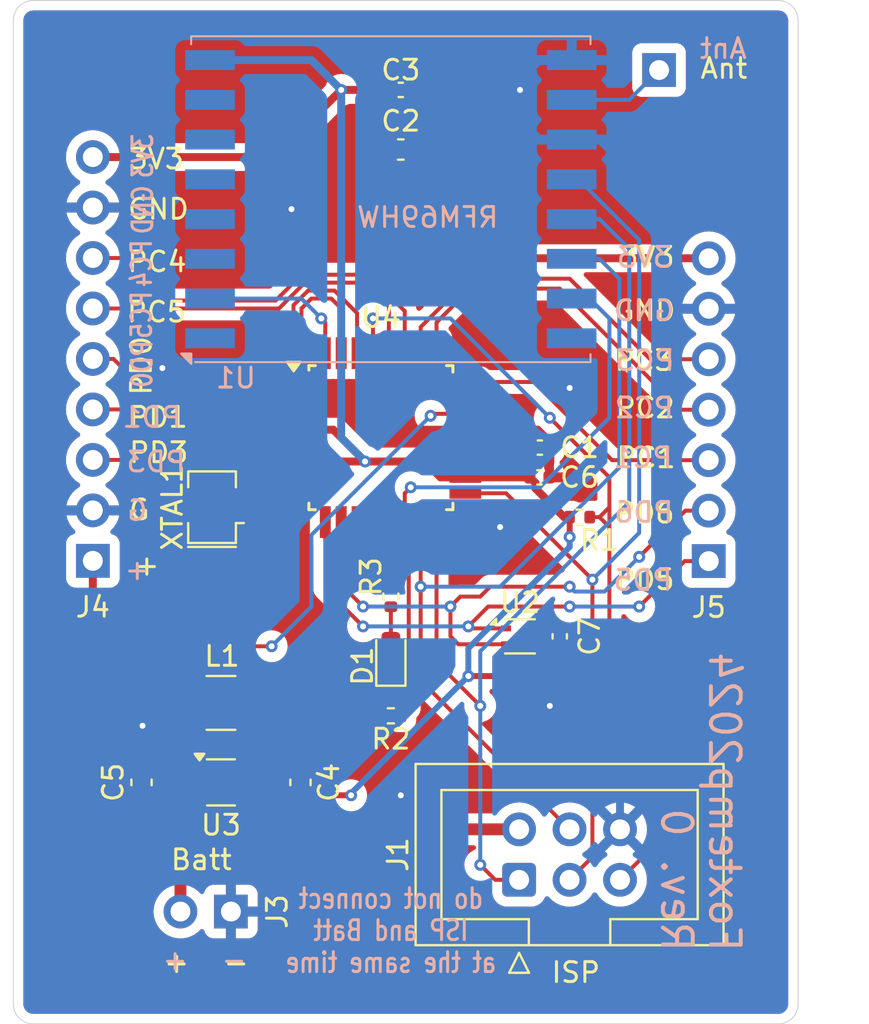
<source format=kicad_pcb>
(kicad_pcb (version 20240108) (generator "pcbnew") (generator_version "8.0")
  (layers (0 "F.Cu" signal) (31 "B.Cu" signal) (34 "B.Paste" user) (35 "F.Paste" user) (36 "B.SilkS" user "B.Silkscreen") (37 "F.SilkS" user "F.Silkscreen") (38 "B.Mask" user) (39 "F.Mask" user) (44 "Edge.Cuts" user))
  (net 0 "")
  (net 1 "Net-(U4-AREF)")
  (net 2 "GND")
  (net 3 "+3V3")
  (net 4 "PWRIN")
  (net 5 "Net-(D1-A)")
  (net 6 "/MISO")
  (net 7 "/SCK")
  (net 8 "/MOSI")
  (net 9 "/NRESET")
  (net 10 "Net-(J2-Pin_1)")
  (net 11 "/PD3")
  (net 12 "/PC3")
  (net 13 "/PC2")
  (net 14 "Net-(U3-SW)")
  (net 15 "/NSS")
  (net 16 "Net-(U4-PB1)")
  (net 24 "/RFMDIO0")
  (net 26 "Net-(U4-XTAL2{slash}PB7)")
  (net 28 "Net-(U4-XTAL1{slash}PB6)")
  (net 30 "/PD1-TXD")
  (net 31 "/PD6-SWSCL")
  (net 32 "/PD5-SWSDA")
  (net 33 "/PC4-HWSDA")
  (net 34 "/PC5-HWSCL")
  (net 35 "/PD0-RXD")
  (net 36 "/PC1")
  (footprint "Connector_PinHeader_2.54mm:PinHeader_1x09_P2.54mm_Vertical" (layer "F.Cu") (at 82.5 61.2 180)
    (property "Reference" "J4" (at 0 -2.33 180) (layer "F.SilkS"))
    (property "Value" "Conn_01x09")
    (pad "1" thru_hole rect (at 0 0 180) (size 1.7 1.7) (drill 1) (layers "*.Cu" "*.Mask") (net 4 "PWRIN"))
    (pad "2" thru_hole oval (at 0 2.54 180) (size 1.7 1.7) (drill 1) (layers "*.Cu" "*.Mask") (net 2 "GND"))
    (pad "3" thru_hole oval (at 0 5.08 180) (size 1.7 1.7) (drill 1) (layers "*.Cu" "*.Mask") (net 11 "/PD3"))
    (pad "4" thru_hole oval (at 0 7.62 180) (size 1.7 1.7) (drill 1) (layers "*.Cu" "*.Mask") (net 30 "/PD1-TXD"))
    (pad "5" thru_hole oval (at 0 10.16 180) (size 1.7 1.7) (drill 1) (layers "*.Cu" "*.Mask") (net 35 "/PD0-RXD"))
    (pad "6" thru_hole oval (at 0 12.7 180) (size 1.7 1.7) (drill 1) (layers "*.Cu" "*.Mask") (net 34 "/PC5-HWSCL"))
    (pad "7" thru_hole oval (at 0 15.24 180) (size 1.7 1.7) (drill 1) (layers "*.Cu" "*.Mask") (net 33 "/PC4-HWSDA"))
    (pad "8" thru_hole oval (at 0 17.78 180) (size 1.7 1.7) (drill 1) (layers "*.Cu" "*.Mask") (net 2 "GND"))
    (pad "9" thru_hole oval (at 0 20.32 180) (size 1.7 1.7) (drill 1) (layers "*.Cu" "*.Mask") (net 3 "+3V3"))
  )
  (footprint "Capacitor_SMD:C_0603_1608Metric" (layer "F.Cu") (at 98 40.5)
    (property "Reference" "C2" (at 0 -1.43 0) (layer "F.SilkS"))
    (property "Value" "10uF")
    (pad "1" smd roundrect (at -0.775 0) (size 0.9 0.95) (layers "F.Cu" "F.Paste" "F.Mask") (net 3 "+3V3"))
    (pad "2" smd roundrect (at 0.775 0) (size 0.9 0.95) (layers "F.Cu" "F.Paste" "F.Mask") (net 2 "GND"))
  )
  (footprint "Capacitor_SMD:C_0402_1005Metric" (layer "F.Cu") (at 98 37.5 180)
    (property "Reference" "C3" (at 0 1 180) (layer "F.SilkS"))
    (property "Value" "100nF")
    (pad "1" smd roundrect (at -0.48 0 180) (size 0.56 0.62) (layers "F.Cu" "F.Paste" "F.Mask") (net 2 "GND"))
    (pad "2" smd roundrect (at 0.48 0 180) (size 0.56 0.62) (layers "F.Cu" "F.Paste" "F.Mask") (net 3 "+3V3"))
  )
  (footprint "Package_TO_SOT_SMD:SOT-363_SC-70-6" (layer "F.Cu") (at 88.95 72.35)
    (property "Reference" "U3" (at 0 2.15 0) (layer "F.SilkS"))
    (property "Value" "LTC3525-3.3")
    (pad "1" smd roundrect (at -0.95 -0.65) (size 0.65 0.4) (layers "F.Cu" "F.Paste" "F.Mask") (net 4 "PWRIN"))
    (pad "2" smd roundrect (at -0.95 0) (size 0.65 0.4) (layers "F.Cu" "F.Paste" "F.Mask") (net 2 "GND"))
    (pad "3" smd roundrect (at -0.95 0.65) (size 0.65 0.4) (layers "F.Cu" "F.Paste" "F.Mask") (net 4 "PWRIN"))
    (pad "4" smd roundrect (at 0.95 0.65) (size 0.65 0.4) (layers "F.Cu" "F.Paste" "F.Mask") (net 3 "+3V3"))
    (pad "5" smd roundrect (at 0.95 0) (size 0.65 0.4) (layers "F.Cu" "F.Paste" "F.Mask") (net 2 "GND"))
    (pad "6" smd roundrect (at 0.95 -0.65) (size 0.65 0.4) (layers "F.Cu" "F.Paste" "F.Mask") (net 14 "Net-(U3-SW)"))
  )
  (footprint "Connector_PinHeader_2.54mm:PinHeader_1x01_P2.54mm_Vertical" (layer "F.Cu") (at 111 36.5)
    (property "Reference" "J2" (hide yes))
    (property "Value" "Connector for Wire Antenna")
    (pad "1" thru_hole rect (at 0 0) (size 1.7 1.7) (drill 1) (layers "*.Cu" "*.Mask") (net 10 "Net-(J2-Pin_1)"))
  )
  (footprint "Resistor_SMD:R_0402_1005Metric" (layer "F.Cu") (at 97.5 69 180)
    (property "Reference" "R2" (at 0 -1.17 180) (layer "F.SilkS"))
    (property "Value" "47k")
    (pad "1" smd roundrect (at -0.51 0 180) (size 0.54 0.64) (layers "F.Cu" "F.Paste" "F.Mask") (net 15 "/NSS"))
    (pad "2" smd roundrect (at 0.51 0 180) (size 0.54 0.64) (layers "F.Cu" "F.Paste" "F.Mask") (net 3 "+3V3"))
  )
  (footprint "Capacitor_SMD:C_0603_1608Metric" (layer "F.Cu") (at 92.95 72.35 -90)
    (property "Reference" "C4" (at 0 -1.43 90) (layer "F.SilkS"))
    (property "Value" "10uF")
    (pad "1" smd roundrect (at -0.775 0 270) (size 0.9 0.95) (layers "F.Cu" "F.Paste" "F.Mask") (net 2 "GND"))
    (pad "2" smd roundrect (at 0.775 0 270) (size 0.9 0.95) (layers "F.Cu" "F.Paste" "F.Mask") (net 3 "+3V3"))
  )
  (footprint "Resistor_SMD:R_0402_1005Metric" (layer "F.Cu") (at 97.5 63 -90)
    (property "Reference" "R3" (at -1 1 90) (layer "F.SilkS"))
    (property "Value" "1.5k")
    (pad "1" smd roundrect (at -0.51 0 270) (size 0.54 0.64) (layers "F.Cu" "F.Paste" "F.Mask") (net 16 "Net-(U4-PB1)"))
    (pad "2" smd roundrect (at 0.51 0 270) (size 0.54 0.64) (layers "F.Cu" "F.Paste" "F.Mask") (net 5 "Net-(D1-A)"))
  )
  (footprint "Capacitor_SMD:C_0402_1005Metric" (layer "F.Cu") (at 106 65 90)
    (property "Reference" "C7" (at 0 1.5 -90) (layer "F.SilkS"))
    (property "Value" "100nF")
    (pad "1" smd roundrect (at -0.48 0 90) (size 0.56 0.62) (layers "F.Cu" "F.Paste" "F.Mask") (net 3 "+3V3"))
    (pad "2" smd roundrect (at 0.48 0 90) (size 0.56 0.62) (layers "F.Cu" "F.Paste" "F.Mask") (net 2 "GND"))
  )
  (footprint "LED_SMD:LED_0603_1608Metric" (layer "F.Cu") (at 97.5 66 90)
    (property "Reference" "D1" (at -0.5 -1.43 -90) (layer "F.SilkS"))
    (property "Value" "LED")
    (pad "1" smd roundrect (at -0.7875 0 90) (size 0.875 0.95) (layers "F.Cu" "F.Paste" "F.Mask") (net 2 "GND"))
    (pad "2" smd roundrect (at 0.7875 0 90) (size 0.875 0.95) (layers "F.Cu" "F.Paste" "F.Mask") (net 5 "Net-(D1-A)"))
  )
  (footprint "Capacitor_SMD:C_0402_1005Metric" (layer "F.Cu") (at 105 55.5 180)
    (property "Reference" "C1" (at -2 0 180) (layer "F.SilkS"))
    (property "Value" "100nF")
    (pad "1" smd roundrect (at -0.48 0 180) (size 0.56 0.62) (layers "F.Cu" "F.Paste" "F.Mask") (net 2 "GND"))
    (pad "2" smd roundrect (at 0.48 0 180) (size 0.56 0.62) (layers "F.Cu" "F.Paste" "F.Mask") (net 1 "Net-(U4-AREF)"))
  )
  (footprint "Package_QFP:TQFP-32_7x7mm_P0.8mm" (layer "F.Cu") (at 97 55)
    (property "Reference" "U4" (at 0 -6.05 0) (layer "F.SilkS"))
    (property "Value" "ATmega328P-A")
    (pad "1" smd rect (at -4.25 -2.8) (size 1.6 0.55) (layers "F.Cu" "F.Paste" "F.Mask") (net 11 "/PD3"))
    (pad "2" smd rect (at -4.25 -2) (size 1.6 0.55) (layers "F.Cu" "F.Paste" "F.Mask"))
    (pad "3" smd rect (at -4.25 -1.2) (size 1.6 0.55) (layers "F.Cu" "F.Paste" "F.Mask") (net 2 "GND"))
    (pad "4" smd rect (at -4.25 -0.4) (size 1.6 0.55) (layers "F.Cu" "F.Paste" "F.Mask") (net 3 "+3V3"))
    (pad "5" smd rect (at -4.25 0.4) (size 1.6 0.55) (layers "F.Cu" "F.Paste" "F.Mask") (net 2 "GND"))
    (pad "6" smd rect (at -4.25 1.2) (size 1.6 0.55) (layers "F.Cu" "F.Paste" "F.Mask") (net 3 "+3V3"))
    (pad "7" smd rect (at -4.25 2) (size 1.6 0.55) (layers "F.Cu" "F.Paste" "F.Mask") (net 28 "Net-(U4-XTAL1{slash}PB6)"))
    (pad "8" smd rect (at -4.25 2.8) (size 1.6 0.55) (layers "F.Cu" "F.Paste" "F.Mask") (net 26 "Net-(U4-XTAL2{slash}PB7)"))
    (pad "9" smd rect (at -2.8 4.25 90) (size 1.6 0.55) (layers "F.Cu" "F.Paste" "F.Mask") (net 32 "/PD5-SWSDA"))
    (pad "10" smd rect (at -2 4.25 90) (size 1.6 0.55) (layers "F.Cu" "F.Paste" "F.Mask") (net 31 "/PD6-SWSCL"))
    (pad "11" smd rect (at -1.2 4.25 90) (size 1.6 0.55) (layers "F.Cu" "F.Paste" "F.Mask"))
    (pad "12" smd rect (at -0.4 4.25 90) (size 1.6 0.55) (layers "F.Cu" "F.Paste" "F.Mask"))
    (pad "13" smd rect (at 0.4 4.25 90) (size 1.6 0.55) (layers "F.Cu" "F.Paste" "F.Mask") (net 16 "Net-(U4-PB1)"))
    (pad "14" smd rect (at 1.2 4.25 90) (size 1.6 0.55) (layers "F.Cu" "F.Paste" "F.Mask") (net 15 "/NSS"))
    (pad "15" smd rect (at 2 4.25 90) (size 1.6 0.55) (layers "F.Cu" "F.Paste" "F.Mask") (net 8 "/MOSI"))
    (pad "16" smd rect (at 2.8 4.25 90) (size 1.6 0.55) (layers "F.Cu" "F.Paste" "F.Mask") (net 6 "/MISO"))
    (pad "17" smd rect (at 4.25 2.8) (size 1.6 0.55) (layers "F.Cu" "F.Paste" "F.Mask") (net 7 "/SCK"))
    (pad "18" smd rect (at 4.25 2) (size 1.6 0.55) (layers "F.Cu" "F.Paste" "F.Mask") (net 3 "+3V3"))
    (pad "19" smd rect (at 4.25 1.2) (size 1.6 0.55) (layers "F.Cu" "F.Paste" "F.Mask"))
    (pad "20" smd rect (at 4.25 0.4) (size 1.6 0.55) (layers "F.Cu" "F.Paste" "F.Mask") (net 1 "Net-(U4-AREF)"))
    (pad "21" smd rect (at 4.25 -0.4) (size 1.6 0.55) (layers "F.Cu" "F.Paste" "F.Mask") (net 2 "GND"))
    (pad "22" smd rect (at 4.25 -1.2) (size 1.6 0.55) (layers "F.Cu" "F.Paste" "F.Mask") (net 4 "PWRIN"))
    (pad "23" smd rect (at 4.25 -2) (size 1.6 0.55) (layers "F.Cu" "F.Paste" "F.Mask"))
    (pad "24" smd rect (at 4.25 -2.8) (size 1.6 0.55) (layers "F.Cu" "F.Paste" "F.Mask") (net 36 "/PC1"))
    (pad "25" smd rect (at 2.8 -4.25 90) (size 1.6 0.55) (layers "F.Cu" "F.Paste" "F.Mask") (net 13 "/PC2"))
    (pad "26" smd rect (at 2 -4.25 90) (size 1.6 0.55) (layers "F.Cu" "F.Paste" "F.Mask") (net 12 "/PC3"))
    (pad "27" smd rect (at 1.2 -4.25 90) (size 1.6 0.55) (layers "F.Cu" "F.Paste" "F.Mask") (net 33 "/PC4-HWSDA"))
    (pad "28" smd rect (at 0.4 -4.25 90) (size 1.6 0.55) (layers "F.Cu" "F.Paste" "F.Mask") (net 34 "/PC5-HWSCL"))
    (pad "29" smd rect (at -0.4 -4.25 90) (size 1.6 0.55) (layers "F.Cu" "F.Paste" "F.Mask") (net 9 "/NRESET"))
    (pad "30" smd rect (at -1.2 -4.25 90) (size 1.6 0.55) (layers "F.Cu" "F.Paste" "F.Mask") (net 35 "/PD0-RXD"))
    (pad "31" smd rect (at -2 -4.25 90) (size 1.6 0.55) (layers "F.Cu" "F.Paste" "F.Mask") (net 30 "/PD1-TXD"))
    (pad "32" smd rect (at -2.8 -4.25 90) (size 1.6 0.55) (layers "F.Cu" "F.Paste" "F.Mask") (net 24 "/RFMDIO0"))
  )
  (footprint "Capacitor_SMD:C_0402_1005Metric" (layer "F.Cu") (at 104.98 57 180)
    (property "Reference" "C6" (at -2.02 0 180) (layer "F.SilkS"))
    (property "Value" "100nF")
    (pad "1" smd roundrect (at -0.48 0 180) (size 0.56 0.62) (layers "F.Cu" "F.Paste" "F.Mask") (net 2 "GND"))
    (pad "2" smd roundrect (at 0.48 0 180) (size 0.56 0.62) (layers "F.Cu" "F.Paste" "F.Mask") (net 3 "+3V3"))
  )
  (footprint "Sensor_Humidity:Sensirion_DFN-4_1.5x1.5mm_P0.8mm_SHT4x_NoCentralPad" (layer "F.Cu") (at 104 65)
    (property "Reference" "U2" (at 0 -1.7 0) (layer "F.SilkS"))
    (property "Value" "SHT4x")
    (pad "1" smd rect (at -0.7 -0.4) (size 0.5 0.3) (layers "F.Cu" "F.Paste" "F.Mask") (net 32 "/PD5-SWSDA"))
    (pad "2" smd rect (at -0.7 0.4) (size 0.5 0.3) (layers "F.Cu" "F.Paste" "F.Mask") (net 31 "/PD6-SWSCL"))
    (pad "3" smd rect (at 0.7 0.4) (size 0.5 0.3) (layers "F.Cu" "F.Paste" "F.Mask") (net 3 "+3V3"))
    (pad "4" smd rect (at 0.7 -0.4) (size 0.5 0.3) (layers "F.Cu" "F.Paste" "F.Mask") (net 2 "GND"))
    (zone (net 0) (net_name "") (layer "F.Cu") (connect_pads (clearance 0)) (min_thickness 0.254)
      (keepout (tracks not_allowed) (vias not_allowed) (pads allowed) (copperpour not_allowed) (footprints allowed))
      (fill (thermal_gap 0.508) (thermal_bridge_width 0.508))
      (polygon (pts (xy 104.75 64.45) (xy 104.45 64.45) (xy 104.45 64.75) (xy 104.75 64.75) (xy 104.75 65.25) (xy 104.45 65.25) (xy 104.45 65.55) (xy 104.75 65.55) (xy 104.75 65.75) (xy 103.25 65.75) (xy 103.25 65.55) (xy 103.55 65.55) (xy 103.55 65.25) (xy 103.25 65.25) (xy 103.25 64.75) (xy 103.55 64.75) (xy 103.55 64.45) (xy 103.25 64.45) (xy 103.25 64.25) (xy 104.75 64.25)))
    )
  )
  (footprint "Resistor_SMD:R_0402_1005Metric" (layer "F.Cu") (at 107 59 180)
    (property "Reference" "R1" (at -1 -1.17 180) (layer "F.SilkS"))
    (property "Value" "10k")
    (pad "1" smd roundrect (at -0.51 0 180) (size 0.54 0.64) (layers "F.Cu" "F.Paste" "F.Mask") (net 9 "/NRESET"))
    (pad "2" smd roundrect (at 0.51 0 180) (size 0.54 0.64) (layers "F.Cu" "F.Paste" "F.Mask") (net 3 "+3V3"))
  )
  (footprint "Capacitor_SMD:C_0603_1608Metric" (layer "F.Cu") (at 84.95 72.35 90)
    (property "Reference" "C5" (at 0 -1.43 -90) (layer "F.SilkS"))
    (property "Value" "1uF")
    (pad "1" smd roundrect (at -0.775 0 90) (size 0.9 0.95) (layers "F.Cu" "F.Paste" "F.Mask") (net 4 "PWRIN"))
    (pad "2" smd roundrect (at 0.775 0 90) (size 0.9 0.95) (layers "F.Cu" "F.Paste" "F.Mask") (net 2 "GND"))
  )
  (footprint "Crystal:Resonator_SMD_Murata_CSTxExxV-3Pin_3.0x1.1mm" (layer "F.Cu") (at 88.5 58.5 90)
    (property "Reference" "XTAL1" (at 0 -2 -90) (layer "F.SilkS"))
    (property "Value" "16 MHz")
    (pad "1" smd rect (at -1.2 0 90) (size 0.4 1.9) (layers "F.Cu" "F.Paste" "F.Mask") (net 26 "Net-(U4-XTAL2{slash}PB7)"))
    (pad "2" smd rect (at 0 0 90) (size 0.4 1.9) (layers "F.Cu" "F.Paste" "F.Mask") (net 2 "GND"))
    (pad "3" smd rect (at 1.2 0 90) (size 0.4 1.9) (layers "F.Cu" "F.Paste" "F.Mask") (net 28 "Net-(U4-XTAL1{slash}PB6)"))
  )
  (footprint "Connector_PinHeader_2.54mm:PinHeader_1x02_P2.54mm_Vertical" (layer "F.Cu") (at 89.45 78.85 -90)
    (property "Reference" "J3" (at 0 -2.33 90) (layer "F.SilkS"))
    (property "Value" "BATT_IN")
    (pad "1" thru_hole rect (at 0 0 270) (size 1.7 1.7) (drill 1) (layers "*.Cu" "*.Mask") (net 2 "GND"))
    (pad "2" thru_hole oval (at 0 2.54 270) (size 1.7 1.7) (drill 1) (layers "*.Cu" "*.Mask") (net 4 "PWRIN"))
  )
  (footprint "Resistor_SMD:R_1210_3225Metric" (layer "F.Cu") (at 88.95 68.35 180)
    (property "Reference" "L1" (at -0.05 2.35 180) (layer "F.SilkS"))
    (property "Value" "10 uH")
    (pad "1" smd roundrect (at -1.4625 0 180) (size 1.125 2.65) (layers "F.Cu" "F.Paste" "F.Mask") (roundrect_rratio 0.222222) (net 14 "Net-(U3-SW)"))
    (pad "2" smd roundrect (at 1.4625 0 180) (size 1.125 2.65) (layers "F.Cu" "F.Paste" "F.Mask") (roundrect_rratio 0.222222) (net 4 "PWRIN"))
  )
  (footprint "Connector_PinHeader_2.54mm:PinHeader_1x07_P2.54mm_Vertical" (layer "F.Cu") (at 113.5 61.214001 180)
    (property "Reference" "J5" (at 0 -2.33 180) (layer "F.SilkS"))
    (property "Value" "Conn_01x07")
    (pad "1" thru_hole rect (at 0 0 180) (size 1.7 1.7) (drill 1) (layers "*.Cu" "*.Mask") (net 32 "/PD5-SWSDA"))
    (pad "2" thru_hole oval (at 0 2.54 180) (size 1.7 1.7) (drill 1) (layers "*.Cu" "*.Mask") (net 31 "/PD6-SWSCL"))
    (pad "3" thru_hole oval (at 0 5.08 180) (size 1.7 1.7) (drill 1) (layers "*.Cu" "*.Mask") (net 36 "/PC1"))
    (pad "4" thru_hole oval (at 0 7.62 180) (size 1.7 1.7) (drill 1) (layers "*.Cu" "*.Mask") (net 13 "/PC2"))
    (pad "5" thru_hole oval (at 0 10.16 180) (size 1.7 1.7) (drill 1) (layers "*.Cu" "*.Mask") (net 12 "/PC3"))
    (pad "6" thru_hole oval (at 0 12.7 180) (size 1.7 1.7) (drill 1) (layers "*.Cu" "*.Mask") (net 2 "GND"))
    (pad "7" thru_hole oval (at 0 15.24 180) (size 1.7 1.7) (drill 1) (layers "*.Cu" "*.Mask") (net 3 "+3V3"))
  )
  (footprint "Connector_IDC:IDC-Header_2x03_P2.54mm_Vertical" (layer "F.Cu") (at 103.955 77.2525 90)
    (property "Reference" "J1" (at 1.27 -6.1 -90) (layer "F.SilkS"))
    (property "Value" "AVR-ISP-6")
    (pad "1" thru_hole roundrect (at 0 0 90) (size 1.7 1.7) (drill 1) (layers "*.Cu" "*.Mask") (roundrect_rratio 0.147059) (net 6 "/MISO"))
    (pad "2" thru_hole circle (at 2.54 0 90) (size 1.7 1.7) (drill 1) (layers "*.Cu" "*.Mask") (net 4 "PWRIN"))
    (pad "3" thru_hole circle (at 0 2.54 90) (size 1.7 1.7) (drill 1) (layers "*.Cu" "*.Mask") (net 7 "/SCK"))
    (pad "4" thru_hole circle (at 2.54 2.54 90) (size 1.7 1.7) (drill 1) (layers "*.Cu" "*.Mask") (net 8 "/MOSI"))
    (pad "5" thru_hole circle (at 0 5.08 90) (size 1.7 1.7) (drill 1) (layers "*.Cu" "*.Mask") (net 9 "/NRESET"))
    (pad "6" thru_hole circle (at 2.54 5.08 90) (size 1.7 1.7) (drill 1) (layers "*.Cu" "*.Mask") (net 2 "GND"))
  )
  (footprint "RF_Module:HOPERF_RFM69HW" (layer "B.Cu") (at 97.5 43)
    (property "Reference" "U1" (at -7.8 9 0) (layer "B.SilkS") (effects (justify mirror)))
    (property "Value" "RFM69HW")
    (pad "1" smd rect (at -9.1 7) (size 2.5 1) (layers "B.Cu" "B.Paste" "B.Mask"))
    (pad "2" smd rect (at -9.1 5) (size 2.5 1) (layers "B.Cu" "B.Paste" "B.Mask") (net 24 "/RFMDIO0"))
    (pad "3" smd rect (at -9.1 3) (size 2.5 1) (layers "B.Cu" "B.Paste" "B.Mask"))
    (pad "4" smd rect (at -9.1 1) (size 2.5 1) (layers "B.Cu" "B.Paste" "B.Mask"))
    (pad "5" smd rect (at -9.1 -1) (size 2.5 1) (layers "B.Cu" "B.Paste" "B.Mask"))
    (pad "6" smd rect (at -9.1 -3) (size 2.5 1) (layers "B.Cu" "B.Paste" "B.Mask"))
    (pad "7" smd rect (at -9.1 -5) (size 2.5 1) (layers "B.Cu" "B.Paste" "B.Mask"))
    (pad "8" smd rect (at -9.1 -7) (size 2.5 1) (layers "B.Cu" "B.Paste" "B.Mask") (net 3 "+3V3"))
    (pad "9" smd rect (at 9.1 -7) (size 2.5 1) (layers "B.Cu" "B.Paste" "B.Mask") (net 2 "GND"))
    (pad "10" smd rect (at 9.1 -5) (size 2.5 1) (layers "B.Cu" "B.Paste" "B.Mask") (net 10 "Net-(J2-Pin_1)"))
    (pad "11" smd rect (at 9.1 -3) (size 2.5 1) (layers "B.Cu" "B.Paste" "B.Mask") (net 2 "GND"))
    (pad "12" smd rect (at 9.1 -1) (size 2.5 1) (layers "B.Cu" "B.Paste" "B.Mask") (net 7 "/SCK"))
    (pad "13" smd rect (at 9.1 1) (size 2.5 1) (layers "B.Cu" "B.Paste" "B.Mask") (net 6 "/MISO"))
    (pad "14" smd rect (at 9.1 3) (size 2.5 1) (layers "B.Cu" "B.Paste" "B.Mask") (net 8 "/MOSI"))
    (pad "15" smd rect (at 9.1 5) (size 2.5 1) (layers "B.Cu" "B.Paste" "B.Mask") (net 15 "/NSS"))
    (pad "16" smd rect (at 9.1 7) (size 2.5 1) (layers "B.Cu" "B.Paste" "B.Mask"))
  )
  (gr_arc (start 79.5 84.5) (mid 78.792893 84.207107) (end 78.5 83.5) (stroke (width 0.05)) (layer "Edge.Cuts"))
  (gr_line (start 78.5 83.5) (end 78.5 34) (stroke (width 0.05)) (layer "Edge.Cuts"))
  (gr_arc (start 117 33) (mid 117.707107 33.292893) (end 118 34) (stroke (width 0.05)) (layer "Edge.Cuts"))
  (gr_line (start 79.5 33) (end 117 33) (stroke (width 0.05)) (layer "Edge.Cuts"))
  (gr_arc (start 78.5 34) (mid 78.792893 33.292893) (end 79.5 33) (stroke (width 0.05)) (layer "Edge.Cuts"))
  (gr_line (start 118 34) (end 118 83.5) (stroke (width 0.05)) (layer "Edge.Cuts"))
  (gr_arc (start 118 83.5) (mid 117.707107 84.207107) (end 117 84.5) (stroke (width 0.05)) (layer "Edge.Cuts"))
  (gr_line (start 117 84.5) (end 79.5 84.5) (stroke (width 0.05)) (layer "Edge.Cuts"))
  (gr_text "PD1" (at 87.055438 54.563212 0) (layer "B.SilkS") (effects (font (size 1 1)) (justify left bottom mirror)))
  (gr_text "PC1" (at 111.762881 56.593623 0) (layer "B.SilkS") (effects (font (size 1 1)) (justify left bottom mirror)))
  (gr_text "PC3" (at 111.863989 51.699984 0) (layer "B.SilkS") (effects (font (size 1 1)) (justify left bottom mirror)))
  (gr_text "PC2" (at 111.823546 54.086138 0) (layer "B.SilkS") (effects (font (size 1 1)) (justify left bottom mirror)))
  (gr_text "GND" (at 85.59948 42.216681 90) (layer "B.SilkS") (effects (font (size 1 0.8) (thickness 0.15) (bold yes)) (justify left bottom mirror)))
  (gr_text "PC4" (at 85.541241 44.953884 90) (layer "B.SilkS") (effects (font (size 1 0.8) (thickness 0.15) (bold yes)) (justify left bottom mirror)))
  (gr_text "do not connect\nISP and Batt\nat the same time" (at 97.5 82 0) (layer "B.SilkS") (effects (font (size 1 0.8) (thickness 0.15) (bold yes)) (justify bottom mirror)))
  (gr_text "Ant" (at 115.5 36 0) (layer "B.SilkS") (effects (font (size 1 1)) (justify left bottom mirror)))
  (gr_text "PC5" (at 85.541241 47.54549 90) (layer "B.SilkS") (effects (font (size 1 0.8) (thickness 0.15) (bold yes)) (justify left bottom mirror)))
  (gr_text "PD3" (at 87.259273 56.805388 0) (layer "B.SilkS") (effects (font (size 1 1)) (justify left bottom mirror)))
  (gr_text "PD6" (at 111.803324 59.343768 0) (layer "B.SilkS") (effects (font (size 1 1)) (justify left bottom mirror)))
  (gr_text "3V3" (at 111.742659 46.50302 0) (layer "B.SilkS") (effects (font (size 1 1)) (justify left bottom mirror)))
  (gr_text "+" (at 87.358032 81.864523 0) (layer "B.SilkS") (effects (font (size 1 1)) (justify left bottom mirror)))
  (gr_text "-" (at 90.32679 81.864523 0) (layer "B.SilkS") (effects (font (size 1 1)) (justify left bottom mirror)))
  (gr_text "PD0" (at 85.57036 50.02062 90) (layer "B.SilkS") (effects (font (size 1 0.8) (thickness 0.15) (bold yes)) (justify left bottom mirror)))
  (gr_text "+" (at 85.453884 62.221555 0) (layer "B.SilkS") (effects (font (size 1 1)) (justify left bottom mirror)))
  (gr_text "GND" (at 111.863989 49.192499 0) (layer "B.SilkS") (effects (font (size 1 1)) (justify left bottom mirror)))
  (gr_text "Foxtemp2024\nRev. 0" (at 111 81 270) (layer "B.SilkS") (effects (font (size 1.5 1.5) (thickness 0.2)) (justify left bottom mirror)))
  (gr_text "RFM69HW" (at 103 44.5 0) (layer "B.SilkS") (effects (font (size 1 1)) (justify left bottom mirror)))
  (gr_text "G" (at 85.337407 59.251399 0) (layer "B.SilkS") (effects (font (size 1 1)) (justify left bottom mirror)))
  (gr_text "3V3" (at 85.59694 39.62453 90) (layer "B.SilkS") (effects (font (size 1 0.8) (thickness 0.15) (bold yes)) (justify left bottom mirror)))
  (gr_text "PD5" (at 111.755998 62.766196 0) (layer "B.SilkS") (effects (font (size 1 1)) (justify left bottom mirror)))
  (gr_text "PC4" (at 84.158175 46.735175 0) (layer "F.SilkS") (effects (font (size 1 1)) (justify left bottom)))
  (gr_text "PD5" (at 108.715956 62.731253 0) (layer "F.SilkS") (effects (font (size 1 1)) (justify left bottom)))
  (gr_text "ISP" (at 105.5 82.5 0) (layer "F.SilkS") (effects (font (size 1 1)) (justify left bottom)))
  (gr_text "+" (at 84.5 62 0) (layer "F.SilkS") (effects (font (size 1 1)) (justify left bottom)))
  (gr_text "PD6" (at 108.715956 59.376724 0) (layer "F.SilkS") (effects (font (size 1 1)) (justify left bottom)))
  (gr_text "PC3" (at 108.680506 51.701761 0) (layer "F.SilkS") (effects (font (size 1 1)) (justify left bottom)))
  (gr_text "PD0" (at 85.52487 52.958858 90) (layer "F.SilkS") (effects (font (size 1 1)) (justify left bottom)))
  (gr_text "PD3" (at 84.243626 56.336682 0) (layer "F.SilkS") (effects (font (size 1 1)) (justify left bottom)))
  (gr_text "GND" (at 108.668968 49.192499 0) (layer "F.SilkS") (effects (font (size 1 1)) (justify left bottom)))
  (gr_text "Ant" (at 113 37 0) (layer "F.SilkS") (effects (font (size 1 1)) (justify left bottom)))
  (gr_text "-" (at 89 82 0) (layer "F.SilkS") (effects (font (size 1 1)) (justify left bottom)))
  (gr_text "G" (at 84.243626 59.219481 0) (layer "F.SilkS") (effects (font (size 1 1)) (justify left bottom)))
  (gr_text "PD1" (at 84.214507 54.560412 0) (layer "F.SilkS") (effects (font (size 1 1)) (justify left bottom)))
  (gr_text "Batt" (at 86.338436 76.826067 0) (layer "F.SilkS") (effects (font (size 1 1)) (justify left bottom)))
  (gr_text "PC5" (at 84.134277 49.263958 0) (layer "F.SilkS") (effects (font (size 1 1)) (justify left bottom)))
  (gr_text "+" (at 86 82 0) (layer "F.SilkS") (effects (font (size 1 1)) (justify left bottom)))
  (gr_text "3V3" (at 84.21884 41.558432 0) (layer "F.SilkS") (effects (font (size 1 1)) (justify left bottom)))
  (gr_text "GND" (at 84.178396 44.086138 0) (layer "F.SilkS") (effects (font (size 1 1)) (justify left bottom)))
  (gr_text "PC2" (at 108.729633 54.086138 0) (layer "F.SilkS") (effects (font (size 1 1)) (justify left bottom)))
  (gr_text "3V3" (at 108.911628 46.50302 0) (layer "F.SilkS") (effects (font (size 1 1)) (justify left bottom)))
  (gr_text "PC1" (at 108.770077 56.593623 0) (layer "F.SilkS") (effects (font (size 1 1)) (justify left bottom)))
  (segment (start 104.42 55.4) (end 104.52 55.5) (width 0.2) (layer "F.Cu") (net 1))
  (segment (start 101.25 55.4) (end 104.42 55.4) (width 0.2) (layer "F.Cu") (net 1))
  (segment (start 101.25 54.6) (end 104.889999 54.6) (width 0.4) (layer "F.Cu") (net 2))
  (segment (start 91 54.2) (end 91 54.85) (width 0.4) (layer "F.Cu") (net 2))
  (segment (start 92.75 53.8) (end 95.3 53.8) (width 0.4) (layer "F.Cu") (net 2))
  (segment (start 89.9 72.35) (end 90.95 72.35) (width 0.4) (layer "F.Cu") (net 2))
  (segment (start 91.725 71.575) (end 92.95 71.575) (width 0.4) (layer "F.Cu") (net 2))
  (segment (start 106 64.52) (end 106.52 64.52) (width 0.4) (layer "F.Cu") (net 2))
  (segment (start 91.55 55.4) (end 92.75 55.4) (width 0.4) (layer "F.Cu") (net 2))
  (segment (start 104.7 64.6) (end 105.92 64.6) (width 0.3) (layer "F.Cu") (net 2))
  (segment (start 86 58) (end 86 57.5) (width 0.4) (layer "F.Cu") (net 2))
  (segment (start 85.16 58.66) (end 86 59.5) (width 0.4) (layer "F.Cu") (net 2))
  (segment (start 82.5 58.66) (end 85.16 58.66) (width 0.4) (layer "F.Cu") (net 2))
  (segment (start 96.1 54.6) (end 101.25 54.6) (width 0.4) (layer "F.Cu") (net 2))
  (segment (start 91 63) (end 87.5 63) (width 0.4) (layer "F.Cu") (net 2))
  (segment (start 105.46 55.52) (end 105.48 55.5) (width 0.4) (layer "F.Cu") (net 2))
  (segment (start 104.889999 54.6) (end 105.48 55.190001) (width 0.4) (layer "F.Cu") (net 2))
  (segment (start 85.16 58.66) (end 85.82 58) (width 0.4) (layer "F.Cu") (net 2))
  (segment (start 86 57.5) (end 86 56.5) (width 0.2) (layer "F.Cu") (net 2))
  (segment (start 91.4 53.8) (end 91 54.2) (width 0.4) (layer "F.Cu") (net 2))
  (segment (start 87 58.5) (end 86 57.5) (width 0.2) (layer "F.Cu") (net 2))
  (segment (start 105.48 55.190001) (end 105.48 55.5) (width 0.4) (layer "F.Cu") (net 2))
  (segment (start 88.5 58.5) (end 87 58.5) (width 0.2) (layer "F.Cu") (net 2))
  (segment (start 105.92 64.6) (end 106 64.52) (width 0.3) (layer "F.Cu") (net 2))
  (segment (start 107 67) (end 105.5 68.5) (width 0.4) (layer "F.Cu") (net 2))
  (segment (start 105.46 57) (end 105.46 55.52) (width 0.4) (layer "F.Cu") (net 2))
  (segment (start 92.95 71.575) (end 92.95 64.95) (width 0.4) (layer "F.Cu") (net 2))
  (segment (start 90.95 72.35) (end 91.725 71.575) (width 0.4) (layer "F.Cu") (net 2))
  (segment (start 107 65) (end 107 67) (width 0.4) (layer "F.Cu") (net 2))
  (segment (start 92.75 53.8) (end 91.4 53.8) (width 0.4) (layer "F.Cu") (net 2))
  (segment (start 92.95 64.95) (end 91 63) (width 0.4) (layer "F.Cu") (net 2))
  (segment (start 85.82 58) (end 86 58) (width 0.4) (layer "F.Cu") (net 2))
  (segment (start 86 59.5) (end 86 58) (width 0.4) (layer "F.Cu") (net 2))
  (segment (start 88 72.35) (end 89.9 72.35) (width 0.4) (layer "F.Cu") (net 2))
  (segment (start 91 54.85) (end 91.55 55.4) (width 0.4) (layer "F.Cu") (net 2))
  (segment (start 87.5 63) (end 86 61.5) (width 0.4) (layer "F.Cu") (net 2))
  (segment (start 95.3 53.8) (end 96.1 54.6) (width 0.4) (layer "F.Cu") (net 2))
  (segment (start 98.48 37.5) (end 98.48 40.205) (width 0.4) (layer "F.Cu") (net 2))
  (segment (start 106.52 64.52) (end 107 65) (width 0.4) (layer "F.Cu") (net 2))
  (segment (start 98.48 37.5) (end 104 37.5) (width 0.4) (layer "F.Cu") (net 2))
  (segment (start 86 61.5) (end 86 59.5) (width 0.4) (layer "F.Cu") (net 2))
  (segment (start 97.5 66.7875) (end 97.5 67.025) (width 0.4) (layer "F.Cu") (net 2))
  (segment (start 89.2 56) (end 91 54.2) (width 0.2) (layer "F.Cu") (net 2))
  (segment (start 98.48 40.205) (end 98.775 40.5) (width 0.4) (layer "F.Cu") (net 2))
  (segment (start 97.5 67.025) (end 92.95 71.575) (width 0.4) (layer "F.Cu") (net 2))
  (segment (start 86.5 56) (end 89.2 56) (width 0.2) (layer "F.Cu") (net 2))
  (segment (start 85 69.5) (end 85 71.525) (width 0.4) (layer "F.Cu") (net 2))
  (segment (start 85 71.525) (end 84.95 71.575) (width 0.4) (layer "F.Cu") (net 2))
  (segment (start 86 56.5) (end 86.5 56) (width 0.2) (layer "F.Cu") (net 2))
  (via (at 103 59.5) (size 0.6) (drill 0.3) (layers "F.Cu" "B.Cu") (net 2))
  (via (at 105.5 68.5) (size 0.6) (drill 0.3) (layers "F.Cu" "B.Cu") (net 2))
  (via (at 86 51.5) (size 0.6) (drill 0.3) (layers "F.Cu" "B.Cu") (net 2))
  (via (at 106.5 52.5) (size 0.6) (drill 0.3) (layers "F.Cu" "B.Cu") (net 2))
  (via (at 85 69.5) (size 0.6) (drill 0.3) (layers "F.Cu" "B.Cu") (net 2))
  (via (at 104 37.5) (size 0.6) (drill 0.3) (layers "F.Cu" "B.Cu") (net 2))
  (via (at 98 73) (size 0.6) (drill 0.3) (layers "F.Cu" "B.Cu") (net 2))
  (via (at 92.5 43.5) (size 0.6) (drill 0.3) (layers "F.Cu" "B.Cu") (net 2))
  (segment (start 89.45 78.85) (end 89.45 73.95) (width 0.4) (layer "B.Cu") (net 2))
  (segment (start 106.6 40) (end 108 40) (width 0.4) (layer "B.Cu") (net 2))
  (segment (start 96.35 78.85) (end 97.5 80) (width 0.4) (layer "B.Cu") (net 2))
  (segment (start 85 69.5) (end 85 59.82) (width 0.4) (layer "B.Cu") (net 2))
  (segment (start 110.5 80) (end 111.5 79) (width 0.4) (layer "B.Cu") (net 2))
  (segment (start 97.5 80) (end 110.5 80) (width 0.4) (layer "B.Cu") (net 2))
  (segment (start 85 59.82) (end 83.84 58.66) (width 0.4) (layer "B.Cu") (net 2))
  (segment (start 83.92 43.42) (end 85 44.5) (width 0.4) (layer "B.Cu") (net 2))
  (segment (start 104 37) (end 105 36) (width 0.4) (layer "B.Cu") (net 2))
  (segment (start 85 57.5) (end 83.84 58.66) (width 0.4) (layer "B.Cu") (net 2))
  (segment (start 83.84 58.66) (end 82.5 58.66) (width 0.4) (layer "B.Cu") (net 2))
  (segment (start 109.035 72.035) (end 109.035 74.7125) (width 0.4) (layer "B.Cu") (net 2))
  (segment (start 108 40) (end 111 43) (width 0.4) (layer "B.Cu") (net 2))
  (segment (start 111.5 79) (end 111.5 77.1775) (width 0.4) (layer "B.Cu") (net 2))
  (segment (start 109.035 74.7125) (end 111 72.7475) (width 0.4) (layer "B.Cu") (net 2))
  (segment (start 105 40) (end 104 39) (width 0.4) (layer "B.Cu") (net 2))
  (segment (start 111.014001 48.514001) (end 111 48.5) (width 0.4) (layer "B.Cu") (net 2))
  (segment (start 89.45 73.95) (end 85 69.5) (width 0.4) (layer "B.Cu") (net 2))
  (segment (start 111 43) (end 111 48.5) (width 0.4) (layer "B.Cu") (net 2))
  (segment (start 106.6 40) (end 105 40) (width 0.4) (layer "B.Cu") (net 2))
  (segment (start 104 39) (end 104 37.5) (width 0.4) (layer "B.Cu") (net 2))
  (segment (start 85 44.5) (end 85 57.5) (width 0.4) (layer "B.Cu") (net 2))
  (segment (start 111.985999 48.514001) (end 113.5 48.514001) (width 0.4) (layer "B.Cu") (net 2))
  (segment (start 111 48.5) (end 111 49.5) (width 0.4) (layer "B.Cu") (net 2))
  (segment (start 105.5 68.5) (end 109.035 72.035) (width 0.4) (layer "B.Cu") (net 2))
  (segment (start 111.5 77.1775) (end 109.035 74.7125) (width 0.4) (layer "B.Cu") (net 2))
  (segment (start 104 37.5) (end 104 37) (width 0.4) (layer "B.Cu") (net 2))
  (segment (start 89.45 78.85) (end 96.35 78.85) (width 0.4) (layer "B.Cu") (net 2))
  (segment (start 82.5 43.42) (end 83.92 43.42) (width 0.4) (layer "B.Cu") (net 2))
  (segment (start 111 72.7475) (end 111 49.5) (width 0.4) (layer "B.Cu") (net 2))
  (segment (start 105 36) (end 106.6 36) (width 0.4) (layer "B.Cu") (net 2))
  (segment (start 111.985999 48.514001) (end 111.014001 48.514001) (width 0.4) (layer "B.Cu") (net 2))
  (segment (start 96.2 56.2) (end 94.6 54.6) (width 0.4) (layer "F.Cu") (net 3))
  (segment (start 101.474001 45.974001) (end 97.225 41.725) (width 0.4) (layer "F.Cu") (net 3))
  (segment (start 104.812132 65.4) (end 104.9 65.487868) (width 0.3) (layer "F.Cu") (net 3))
  (segment (start 97.52 37.5) (end 97.225 37.795) (width 0.4) (layer "F.Cu") (net 3))
  (segment (start 105.92 65.4) (end 106 65.48) (width 0.3) (layer "F.Cu") (net 3))
  (segment (start 104.15 67) (end 101.4 67) (width 0.3) (layer "F.Cu") (net 3))
  (segment (start 106.220001 59) (end 106.49 59) (width 0.4) (layer "F.Cu") (net 3))
  (segment (start 104.78 57.559999) (end 106.220001 59) (width 0.4) (layer "F.Cu") (net 3))
  (segment (start 97.225 41.725) (end 97.225 40.5) (width 0.4) (layer "F.Cu") (net 3))
  (segment (start 95 37.5) (end 91.62 40.88) (width 0.4) (layer "F.Cu") (net 3))
  (segment (start 96.2 56.2) (end 99.2 56.2) (width 0.4) (layer "F.Cu") (net 3))
  (segment (start 99.2 56.2) (end 100 57) (width 0.4) (layer "F.Cu") (net 3))
  (segment (start 91.62 40.88) (end 82.5 40.88) (width 0.4) (layer "F.Cu") (net 3))
  (segment (start 92.75 56.2) (end 96.2 56.2) (width 0.4) (layer "F.Cu") (net 3))
  (segment (start 104.7 65.4) (end 104.812132 65.4) (width 0.3) (layer "F.Cu") (net 3))
  (segment (start 95.5 73) (end 92.99 73) (width 0.3) (layer "F.Cu") (net 3))
  (segment (start 104.5 57) (end 104.78 57.28) (width 0.4) (layer "F.Cu") (net 3))
  (segment (start 104.9 65.487868) (end 104.9 66.25) (width 0.3) (layer "F.Cu") (net 3))
  (segment (start 92.95 73.04) (end 96.99 69) (width 0.2) (layer "F.Cu") (net 3))
  (segment (start 89.9 73) (end 92.825 73) (width 0.4) (layer "F.Cu") (net 3))
  (segment (start 92.825 73) (end 92.95 73.125) (width 0.4) (layer "F.Cu") (net 3))
  (segment (start 96.93 37.5) (end 95 37.5) (width 0.4) (layer "F.Cu") (net 3))
  (segment (start 104.7 65.4) (end 105.92 65.4) (width 0.3) (layer "F.Cu") (net 3))
  (segment (start 106.5 60) (end 106.5 59.01) (width 0.3) (layer "F.Cu") (net 3))
  (segment (start 97.225 37.795) (end 96.93 37.5) (width 0.4) (layer "F.Cu") (net 3))
  (segment (start 100 57) (end 101.25 57) (width 0.4) (layer "F.Cu") (net 3))
  (segment (start 92.99 73) (end 92.95 73.04) (width 0.3) (layer "F.Cu") (net 3))
  (segment (start 92.95 73.125) (end 92.95 73.04) (width 0.4) (layer "F.Cu") (net 3))
  (segment (start 104.78 57.28) (end 104.78 57.559999) (width 0.4) (layer "F.Cu") (net 3))
  (segment (start 104.9 66.25) (end 104.15 67) (width 0.3) (layer "F.Cu") (net 3))
  (segment (start 113.5 45.974001) (end 101.474001 45.974001) (width 0.4) (layer "F.Cu") (net 3))
  (segment (start 94.6 54.6) (end 92.75 54.6) (width 0.4) (layer "F.Cu") (net 3))
  (segment (start 97.225 40.5) (end 97.225 37.795) (width 0.4) (layer "F.Cu") (net 3))
  (segment (start 101.25 57) (end 104.5 57) (width 0.4) (layer "F.Cu") (net 3))
  (segment (start 106.5 59.01) (end 106.49 59) (width 0.3) (layer "F.Cu") (net 3))
  (via (at 106.5 60) (size 0.6) (drill 0.3) (layers "F.Cu" "B.Cu") (net 3))
  (via (at 101.4 67) (size 0.6) (drill 0.3) (layers "F.Cu" "B.Cu") (net 3))
  (via (at 95.5 73) (size 0.6) (drill 0.3) (layers "F.Cu" "B.Cu") (net 3))
  (via (at 96.2 56.2) (size 0.6) (drill 0.3) (layers "F.Cu" "B.Cu") (net 3))
  (via (at 95 37.5) (size 0.6) (drill 0.3) (layers "F.Cu" "B.Cu") (net 3))
  (segment (start 95.5 72.9) (end 95.5 73) (width 0.3) (layer "B.Cu") (net 3))
  (segment (start 95 37.5) (end 93.5 36) (width 0.4) (layer "B.Cu") (net 3))
  (segment (start 93.5 36) (end 88.4 36) (width 0.4) (layer "B.Cu") (net 3))
  (segment (start 106.5 60.5) (end 106.5 60) (width 0.3) (layer "B.Cu") (net 3))
  (segment (start 101.4 67) (end 95.5 72.9) (width 0.3) (layer "B.Cu") (net 3))
  (segment (start 95 55) (end 96.2 56.2) (width 0.4) (layer "B.Cu") (net 3))
  (segment (start 101.4 67) (end 101.4 65.6) (width 0.3) (layer "B.Cu") (net 3))
  (segment (start 95 37.5) (end 95 55) (width 0.4) (layer "B.Cu") (net 3))
  (segment (start 101.4 65.6) (end 106.5 60.5) (width 0.3) (layer "B.Cu") (net 3))
  (segment (start 87.4875 71.1875) (end 88 71.7) (width 0.4) (layer "F.Cu") (net 4))
  (segment (start 87.25 71.7) (end 87.025 71.925) (width 0.6) (layer "F.Cu") (net 4))
  (segment (start 86.91 73.04) (end 86.95 73) (width 0.4) (layer "F.Cu") (net 4))
  (segment (start 87.4875 71.4625) (end 87.025 71.925) (width 0.6) (layer "F.Cu") (net 4))
  (segment (start 84.95 73.125) (end 86.91 75.085) (width 0.6) (layer "F.Cu") (net 4))
  (segment (start 86.95 73) (end 86.95 72) (width 0.6) (layer "F.Cu") (net 4))
  (segment (start 87.4875 68.35) (end 87.4875 71.1875) (width 0.6) (layer "F.Cu") (net 4))
  (segment (start 85.95 73) (end 85.075 73) (width 0.6) (layer "F.Cu") (net 4))
  (segment (start 86.91 75.35) (end 86.91 73.04) (width 0.6) (layer "F.Cu") (net 4))
  (segment (start 103.955 74.7125) (end 87.2825 74.7125) (width 0.6) (layer "F.Cu") (net 4))
  (segment (start 86.95 73) (end 85.95 73) (width 0.6) (layer "F.Cu") (net 4))
  (segment (start 86.95 72) (end 87.025 71.925) (width 0.4) (layer "F.Cu") (net 4))
  (segment (start 101.25 53.8) (end 99.6 53.8) (width 0.2) (layer "F.Cu") (net 4))
  (segment (start 88 73) (end 86.95 73) (width 0.4) (layer "F.Cu") (net 4))
  (segment (start 86.91 78.85) (end 86.91 75.35) (width 0.6) (layer "F.Cu") (net 4))
  (segment (start 82.5 61.2) (end 82.5 63.3625) (width 0.4) (layer "F.Cu") (net 4))
  (segment (start 85.075 73) (end 84.95 73.125) (width 0.4) (layer "F.Cu") (net 4))
  (segment (start 87.4875 66.0125) (end 87.4875 68.35) (width 0.2) (layer "F.Cu") (net 4))
  (segment (start 87.4875 71.1875) (end 87.4875 71.4625) (width 0.4) (layer "F.Cu") (net 4))
  (segment (start 91.5 65.5) (end 88 65.5) (width 0.2) (layer "F.Cu") (net 4))
  (segment (start 82.5 63.3625) (end 87.4875 68.35) (width 0.4) (layer "F.Cu") (net 4))
  (segment (start 87.025 71.925) (end 85.95 73) (width 0.6) (layer "F.Cu") (net 4))
  (segment (start 88 71.7) (end 87.25 71.7) (width 0.4) (layer "F.Cu") (net 4))
  (segment (start 88 65.5) (end 87.4875 66.0125) (width 0.2) (layer "F.Cu") (net 4))
  (segment (start 99.6 53.8) (end 99.5 53.9) (width 0.2) (layer "F.Cu") (net 4))
  (segment (start 87.2825 74.7125) (end 86.91 75.085) (width 0.4) (layer "F.Cu") (net 4))
  (segment (start 86.91 75.085) (end 86.91 75.35) (width 0.4) (layer "F.Cu") (net 4))
  (via (at 91.5 65.5) (size 0.6) (drill 0.3) (layers "F.Cu" "B.Cu") (net 4))
  (via (at 99.5 53.9) (size 0.6) (drill 0.3) (layers "F.Cu" "B.Cu") (net 4))
  (segment (start 91.5 65.5) (end 93.5 63.5) (width 0.2) (layer "B.Cu") (net 4))
  (segment (start 93.5 63.5) (end 93.5 59.9) (width 0.2) (layer "B.Cu") (net 4))
  (segment (start 93.5 59.9) (end 99.5 53.9) (width 0.2) (layer "B.Cu") (net 4))
  (segment (start 97.5 63.51) (end 97.5 65.2125) (width 0.2) (layer "F.Cu") (net 5))
  (segment (start 102 68.5) (end 99.8 66.3) (width 0.2) (layer "F.Cu") (net 6))
  (segment (start 99.8 66.3) (end 99.8 59.25) (width 0.2) (layer "F.Cu") (net 6))
  (segment (start 103.955 77.2525) (end 102.7525 77.2525) (width 0.2) (layer "F.Cu") (net 6))
  (segment (start 102.7525 77.2525) (end 102 76.5) (width 0.2) (layer "F.Cu") (net 6))
  (via (at 102 68.5) (size 0.6) (drill 0.3) (layers "F.Cu" "B.Cu") (net 6))
  (via (at 102 76.5) (size 0.6) (drill 0.3) (layers "F.Cu" "B.Cu") (net 6))
  (segment (start 108 44) (end 109.5 45.5) (width 0.2) (layer "B.Cu") (net 6))
  (segment (start 109.5 45.5) (end 109.5 58.25) (width 0.2) (layer "B.Cu") (net 6))
  (segment (start 109.5 58.25) (end 102 65.75) (width 0.2) (layer "B.Cu") (net 6))
  (segment (start 106.6 44) (end 108 44) (width 0.2) (layer "B.Cu") (net 6))
  (segment (start 102 76.5) (end 102 68.5) (width 0.2) (layer "B.Cu") (net 6))
  (segment (start 102 65.75) (end 102 68.5) (width 0.2) (layer "B.Cu") (net 6))
  (segment (start 107.645 62.145) (end 103.3 57.8) (width 0.2) (layer "F.Cu") (net 7))
  (segment (start 103.3 57.8) (end 101.25 57.8) (width 0.2) (layer "F.Cu") (net 7))
  (segment (start 106.495 77.2525) (end 107.645 76.1025) (width 0.2) (layer "F.Cu") (net 7))
  (segment (start 107.645 76.1025) (end 107.645 62.145) (width 0.2) (layer "F.Cu") (net 7))
  (via (at 107.645 62.145) (size 0.6) (drill 0.3) (layers "F.Cu" "B.Cu") (net 7))
  (segment (start 110 45.05) (end 110 59.79) (width 0.2) (layer "B.Cu") (net 7))
  (segment (start 110 59.79) (end 107.645 62.145) (width 0.2) (layer "B.Cu") (net 7))
  (segment (start 106.95 42) (end 110 45.05) (width 0.2) (layer "B.Cu") (net 7))
  (segment (start 106.6 42) (end 106.95 42) (width 0.2) (layer "B.Cu") (net 7))
  (segment (start 99 62.5) (end 99 61.5) (width 0.2) (layer "F.Cu") (net 8))
  (segment (start 99 61.5) (end 99 59.25) (width 0.2) (layer "F.Cu") (net 8))
  (segment (start 99 67.2175) (end 99 62.5) (width 0.2) (layer "F.Cu") (net 8))
  (segment (start 106.495 74.7125) (end 99 67.2175) (width 0.2) (layer "F.Cu") (net 8))
  (via (at 99 62.5) (size 0.6) (drill 0.3) (layers "F.Cu" "B.Cu") (net 8))
  (segment (start 108 46) (end 109 47) (width 0.2) (layer "B.Cu") (net 8))
  (segment (start 109 56.5) (end 103 62.5) (width 0.2) (layer "B.Cu") (net 8))
  (segment (start 106.6 46) (end 108 46) (width 0.2) (layer "B.Cu") (net 8))
  (segment (start 109 47) (end 109 56.5) (width 0.2) (layer "B.Cu") (net 8))
  (segment (start 103 62.5) (end 99 62.5) (width 0.2) (layer "B.Cu") (net 8))
  (segment (start 109.035 77.2525) (end 110.5 75.7875) (width 0.2) (layer "F.Cu") (net 9))
  (segment (start 108.5 57) (end 105.5 54) (width 0.2) (layer "F.Cu") (net 9))
  (segment (start 108 59) (end 108.5 58.5) (width 0.2) (layer "F.Cu") (net 9))
  (segment (start 110.5 73.5) (end 108.5 71.5) (width 0.2) (layer "F.Cu") (net 9))
  (segment (start 108.5 64.5) (end 108.5 59.5) (width 0.2) (layer "F.Cu") (net 9))
  (segment (start 110.5 75.7875) (end 110.5 73.5) (width 0.2) (layer "F.Cu") (net 9))
  (segment (start 108.5 71.5) (end 108.5 64.5) (width 0.2) (layer "F.Cu") (net 9))
  (segment (start 108 59) (end 108.5 59.5) (width 0.2) (layer "F.Cu") (net 9))
  (segment (start 96.6 50.75) (end 96.6 49) (width 0.2) (layer "F.Cu") (net 9))
  (segment (start 107.51 59) (end 108 59) (width 0.2) (layer "F.Cu") (net 9))
  (segment (start 108.5 59.5) (end 108.5 58.5) (width 0.2) (layer "F.Cu") (net 9))
  (segment (start 108.5 58.5) (end 108.5 57) (width 0.2) (layer "F.Cu") (net 9))
  (via (at 96.6 49) (size 0.6) (drill 0.3) (layers "F.Cu" "B.Cu") (net 9))
  (via (at 105.5 54) (size 0.6) (drill 0.3) (layers "F.Cu" "B.Cu") (net 9))
  (segment (start 100.5 49) (end 96.6 49) (width 0.2) (layer "B.Cu") (net 9))
  (segment (start 105.5 54) (end 100.5 49) (width 0.2) (layer "B.Cu") (net 9))
  (segment (start 106.6 38) (end 109.5 38) (width 0.2) (layer "B.Cu") (net 10))
  (segment (start 109.5 38) (end 111 36.5) (width 0.2) (layer "B.Cu") (net 10))
  (segment (start 85.38 56.12) (end 82.5 56.12) (width 0.2) (layer "F.Cu") (net 11))
  (segment (start 88.45 55.5) (end 86 55.5) (width 0.2) (layer "F.Cu") (net 11))
  (segment (start 92.75 52.2) (end 91.75 52.2) (width 0.2) (layer "F.Cu") (net 11))
  (segment (start 91.75 52.2) (end 88.45 55.5) (width 0.2) (layer "F.Cu") (net 11))
  (segment (start 86 55.5) (end 85.38 56.12) (width 0.2) (layer "F.Cu") (net 11))
  (segment (start 99 49.434314) (end 101.434314 47) (width 0.2) (layer "F.Cu") (net 12))
  (segment (start 101.434314 47) (end 106.5 47) (width 0.2) (layer "F.Cu") (net 12))
  (segment (start 99 50.75) (end 99 49.434314) (width 0.2) (layer "F.Cu") (net 12))
  (segment (start 106.5 47) (end 110.554001 51.054001) (width 0.2) (layer "F.Cu") (net 12))
  (segment (start 110.554001 51.054001) (end 113.5 51.054001) (width 0.2) (layer "F.Cu") (net 12))
  (segment (start 112.094001 53.594001) (end 113.5 53.594001) (width 0.2) (layer "F.Cu") (net 13))
  (segment (start 99.8 49.2) (end 101.5 47.5) (width 0.2) (layer "F.Cu") (net 13))
  (segment (start 99.8 50.75) (end 99.8 49.2) (width 0.2) (layer "F.Cu") (net 13))
  (segment (start 106 47.5) (end 112.094001 53.594001) (width 0.2) (layer "F.Cu") (net 13))
  (segment (start 101.5 47.5) (end 106 47.5) (width 0.2) (layer "F.Cu") (net 13))
  (segment (start 89.9 71.7) (end 90.45 71.15) (width 0.4) (layer "F.Cu") (net 14))
  (segment (start 90.45 71.15) (end 90.45 68.3875) (width 0.4) (layer "F.Cu") (net 14))
  (segment (start 90.45 68.3875) (end 90.4125 68.35) (width 0.4) (layer "F.Cu") (net 14))
  (segment (start 98.2 61.3) (end 98.4 61.5) (width 0.2) (layer "F.Cu") (net 15))
  (segment (start 98.4 61.5) (end 98.4 68.61) (width 0.2) (layer "F.Cu") (net 15))
  (segment (start 98.2 59.25) (end 98.2 61.3) (width 0.2) (layer "F.Cu") (net 15))
  (segment (start 98.4 68.61) (end 98.01 69) (width 0.2) (layer "F.Cu") (net 15))
  (segment (start 98.5 57.5) (end 98.2 57.8) (width 0.2) (layer "F.Cu") (net 15))
  (segment (start 98.2 57.8) (end 98.2 59.25) (width 0.2) (layer "F.Cu") (net 15))
  (via (at 98.5 57.5) (size 0.6) (drill 0.3) (layers "F.Cu" "B.Cu") (net 15))
  (segment (start 106.6 48) (end 107.5 48) (width 0.2) (layer "B.Cu") (net 15))
  (segment (start 108.5 54) (end 105.5 57) (width 0.2) (layer "B.Cu") (net 15))
  (segment (start 107.5 48) (end 108.5 49) (width 0.2) (layer "B.Cu") (net 15))
  (segment (start 105 57.5) (end 98.5 57.5) (width 0.2) (layer "B.Cu") (net 15))
  (segment (start 108.5 49) (end 108.5 54) (width 0.2) (layer "B.Cu") (net 15))
  (segment (start 105.5 57) (end 105 57.5) (width 0.2) (layer "B.Cu") (net 15))
  (segment (start 97.4 62.39) (end 97.5 62.49) (width 0.2) (layer "F.Cu") (net 16))
  (segment (start 97.4 59.25) (end 97.4 62.39) (width 0.2) (layer "F.Cu") (net 16))
  (segment (start 94.2 50.75) (end 94.2 49.2) (width 0.2) (layer "F.Cu") (net 24))
  (segment (start 94.2 49.2) (end 94 49) (width 0.2) (layer "F.Cu") (net 24))
  (via (at 94 49) (size 0.6) (drill 0.3) (layers "F.Cu" "B.Cu") (net 24))
  (segment (start 93 48) (end 94 49) (width 0.2) (layer "B.Cu") (net 24))
  (segment (start 88.4 48) (end 93 48) (width 0.2) (layer "B.Cu") (net 24))
  (segment (start 88.5 59.7) (end 89.8 59.7) (width 0.2) (layer "F.Cu") (net 26))
  (segment (start 89.8 59.7) (end 91.7 57.8) (width 0.2) (layer "F.Cu") (net 26))
  (segment (start 91.7 57.8) (end 92.75 57.8) (width 0.2) (layer "F.Cu") (net 26))
  (segment (start 89.7 57.3) (end 90 57) (width 0.2) (layer "F.Cu") (net 28))
  (segment (start 90 57) (end 92.75 57) (width 0.2) (layer "F.Cu") (net 28))
  (segment (start 88.5 57.3) (end 89.7 57.3) (width 0.2) (layer "F.Cu") (net 28))
  (segment (start 95 50.75) (end 95 48.5) (width 0.2) (layer "F.Cu") (net 30))
  (segment (start 89.42 53.58) (end 82.5 53.58) (width 0.2) (layer "F.Cu") (net 30))
  (segment (start 93 48.5) (end 93 50) (width 0.2) (layer "F.Cu") (net 30))
  (segment (start 93 50) (end 89.42 53.58) (width 0.2) (layer "F.Cu") (net 30))
  (segment (start 94.5 48) (end 93.5 48) (width 0.2) (layer "F.Cu") (net 30))
  (segment (start 95 48.5) (end 94.5 48) (width 0.2) (layer "F.Cu") (net 30))
  (segment (start 93.5 48) (end 93 48.5) (width 0.2) (layer "F.Cu") (net 30))
  (segment (start 100.5 63.5) (end 101 63) (width 0.2) (layer "F.Cu") (net 31))
  (segment (start 100.9 65.4) (end 103.3 65.4) (width 0.2) (layer "F.Cu") (net 31))
  (segment (start 103 62.5) (end 106.5 62.5) (width 0.2) (layer "F.Cu") (net 31))
  (segment (start 100.5 63.5) (end 100.5 65) (width 0.2) (layer "F.Cu") (net 31))
  (segment (start 102.5 62.5) (end 103 62.5) (width 0.2) (layer "F.Cu") (net 31))
  (segment (start 95 59.25) (end 95 62.4) (width 0.2) (layer "F.Cu") (net 31))
  (segment (start 95 62.4) (end 96.1 63.5) (width 0.2) (layer "F.Cu") (net 31))
  (segment (start 101 63) (end 102 63) (width 0.2) (layer "F.Cu") (net 31))
  (segment (start 102 63) (end 102.5 62.5) (width 0.2) (layer "F.Cu") (net 31))
  (segment (start 100.5 65) (end 100.9 65.4) (width 0.2) (layer "F.Cu") (net 31))
  (segment (start 110 61) (end 112.325999 58.674001) (width 0.2) (layer "F.Cu") (net 31))
  (segment (start 112.325999 58.674001) (end 113.5 58.674001) (width 0.2) (layer "F.Cu") (net 31))
  (via (at 106.5 62.5) (size 0.6) (drill 0.3) (layers "F.Cu" "B.Cu") (net 31))
  (via (at 96.1 63.5) (size 0.6) (drill 0.3) (layers "F.Cu" "B.Cu") (net 31))
  (via (at 110 61) (size 0.6) (drill 0.3) (layers "F.Cu" "B.Cu") (net 31))
  (via (at 100.5 63.5) (size 0.6) (drill 0.3) (layers "F.Cu" "B.Cu") (net 31))
  (segment (start 106.5 62.5) (end 106.745 62.745) (width 0.2) (layer "B.Cu") (net 31))
  (segment (start 108.255 62.745) (end 110 61) (width 0.2) (layer "B.Cu") (net 31))
  (segment (start 106.745 62.745) (end 108.255 62.745) (width 0.2) (layer "B.Cu") (net 31))
  (segment (start 96.1 63.5) (end 100.5 63.5) (width 0.2) (layer "B.Cu") (net 31))
  (segment (start 96.1 64.5) (end 94.2 62.6) (width 0.2) (layer "F.Cu") (net 32))
  (segment (start 102.4 63.5) (end 106.5 63.5) (width 0.2) (layer "F.Cu") (net 32))
  (segment (start 110 63.5) (end 112.285999 61.214001) (width 0.2) (layer "F.Cu") (net 32))
  (segment (start 103.3 64.6) (end 101.5 64.6) (width 0.2) (layer "F.Cu") (net 32))
  (segment (start 101.4 64.5) (end 102.4 63.5) (width 0.2) (layer "F.Cu") (net 32))
  (segment (start 112.285999 61.214001) (end 113.5 61.214001) (width 0.2) (layer "F.Cu") (net 32))
  (segment (start 94.2 62.6) (end 94.2 59.25) (width 0.2) (layer "F.Cu") (net 32))
  (segment (start 101.5 64.6) (end 101.4 64.5) (width 0.2) (layer "F.Cu") (net 32))
  (via (at 110 63.5) (size 0.6) (drill 0.3) (layers "F.Cu" "B.Cu") (net 32))
  (via (at 96.1 64.5) (size 0.6) (drill 0.3) (layers "F.Cu" "B.Cu") (net 32))
  (via (at 101.4 64.5) (size 0.6) (drill 0.3) (layers "F.Cu" "B.Cu") (net 32))
  (via (at 106.5 63.5) (size 0.6) (drill 0.3) (layers "F.Cu" "B.Cu") (net 32))
  (segment (start 106.5 63.5) (end 110 63.5) (width 0.2) (layer "B.Cu") (net 32))
  (segment (start 101.4 64.5) (end 96.1 64.5) (width 0.2) (layer "B.Cu") (net 32))
  (segment (start 86.1 48.1) (end 83.96 45.96) (width 0.2) (layer "F.Cu") (net 33))
  (segment (start 96.365686 46.8) (end 93.002942 46.8) (width 0.2) (layer "F.Cu") (net 33))
  (segment (start 93.002942 46.8) (end 91.702942 48.1) (width 0.2) (layer "F.Cu") (net 33))
  (segment (start 98.2 48.634314) (end 96.365686 46.8) (width 0.2) (layer "F.Cu") (net 33))
  (segment (start 83.96 45.96) (end 82.5 45.96) (width 0.2) (layer "F.Cu") (net 33))
  (segment (start 98.2 50.75) (end 98.2 48.634314) (width 0.2) (layer "F.Cu") (net 33))
  (segment (start 91.702942 48.1) (end 86.1 48.1) (width 0.2) (layer "F.Cu") (net 33))
  (segment (start 91.868628 48.5) (end 82.5 48.5) (width 0.2) (layer "F.Cu") (net 34))
  (segment (start 97.4 50.75) (end 97.4 48.4) (width 0.2) (layer "F.Cu") (net 34))
  (segment (start 97.4 48.4) (end 96.2 47.2) (width 0.2) (layer "F.Cu") (net 34))
  (segment (start 96.2 47.2) (end 93.168628 47.2) (width 0.2) (layer "F.Cu") (net 34))
  (segment (start 93.168628 47.2) (end 91.868628 48.5) (width 0.2) (layer "F.Cu") (net 34))
  (segment (start 89.254314 53.18) (end 85.68 53.18) (width 0.2) (layer "F.Cu") (net 35))
  (segment (start 92.6 48.334314) (end 92.6 49.834314) (width 0.2) (layer "F.Cu") (net 35))
  (segment (start 94.665686 47.6) (end 93.334314 47.6) (width 0.2) (layer "F.Cu") (net 35))
  (segment (start 85.68 53.18) (end 83.54 51.04) (width 0.2) (layer "F.Cu") (net 35))
  (segment (start 93.334314 47.6) (end 92.6 48.334314) (width 0.2) (layer "F.Cu") (net 35))
  (segment (start 92.6 49.834314) (end 89.254314 53.18) (width 0.2) (layer "F.Cu") (net 35))
  (segment (start 95.8 50.75) (end 95.8 48.734314) (width 0.2) (layer "F.Cu") (net 35))
  (segment (start 83.54 51.04) (end 82.5 51.04) (width 0.2) (layer "F.Cu") (net 35))
  (segment (start 95.8 48.734314) (end 94.665686 47.6) (width 0.2) (layer "F.Cu") (net 35))
  (segment (start 108.634001 56.134001) (end 113.5 56.134001) (width 0.2) (layer "F.Cu") (net 36))
  (segment (start 101.25 52.2) (end 104.7 52.2) (width 0.2) (layer "F.Cu") (net 36))
  (segment (start 104.7 52.2) (end 108.634001 56.134001) (width 0.2) (layer "F.Cu") (net 36))
  (zone (net 4) (net_name "PWRIN") (layer "F.Cu") (priority 1) (connect_pads (clearance 0.5)) (min_thickness 0.25) (fill yes (thermal_gap 0.5) (thermal_bridge_width 0.5))
    (polygon (pts (xy 85 73) (xy 87 73) (xy 87 75)))
  )
  (zone (net 2) (net_name "GND") (layers "F&B.Cu") (connect_pads (clearance 0.5)) (min_thickness 0.25) (fill yes (thermal_gap 0.5) (thermal_bridge_width 0.5))
    (polygon (pts (xy 79.5 33) (xy 117 33) (xy 118 34) (xy 118 83.5) (xy 117 84.5) (xy 79.5 84.5) (xy 78.5 83.5) (xy 78.5 34)))
  )
)
</source>
